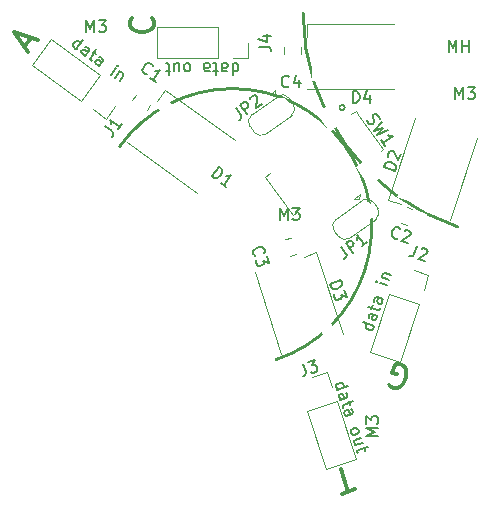
<source format=gbr>
%TF.GenerationSoftware,KiCad,Pcbnew,5.1.9*%
%TF.CreationDate,2021-01-25T14:04:14-05:00*%
%TF.ProjectId,penrosedart,70656e72-6f73-4656-9461-72742e6b6963,rev?*%
%TF.SameCoordinates,Original*%
%TF.FileFunction,Legend,Top*%
%TF.FilePolarity,Positive*%
%FSLAX46Y46*%
G04 Gerber Fmt 4.6, Leading zero omitted, Abs format (unit mm)*
G04 Created by KiCad (PCBNEW 5.1.9) date 2021-01-25 14:04:14*
%MOMM*%
%LPD*%
G01*
G04 APERTURE LIST*
%ADD10C,0.150000*%
%ADD11C,0.375000*%
%ADD12C,0.250000*%
%ADD13C,0.120000*%
%ADD14C,0.200000*%
%ADD15C,3.200000*%
%ADD16C,0.100000*%
%ADD17C,1.150000*%
%ADD18R,1.500000X1.000000*%
%ADD19O,1.700000X1.700000*%
%ADD20R,1.700000X1.700000*%
G04 APERTURE END LIST*
D10*
X162357490Y-100639194D02*
X161406434Y-100330177D01*
X162312202Y-100624479D02*
X162328060Y-100729771D01*
X162269200Y-100910925D01*
X162194481Y-100986786D01*
X162134478Y-101017360D01*
X162029186Y-101033218D01*
X161757455Y-100944927D01*
X161681594Y-100870209D01*
X161651020Y-100810205D01*
X161635162Y-100704913D01*
X161694022Y-100523760D01*
X161768741Y-100447898D01*
X162637077Y-99778715D02*
X162138905Y-99616849D01*
X162033613Y-99632707D01*
X161958894Y-99708569D01*
X161900034Y-99889722D01*
X161915892Y-99995014D01*
X162591789Y-99764000D02*
X162607647Y-99869291D01*
X162534071Y-100095733D01*
X162459353Y-100171595D01*
X162354061Y-100187453D01*
X162263484Y-100158023D01*
X162187622Y-100083305D01*
X162171764Y-99978013D01*
X162245340Y-99751571D01*
X162229481Y-99646279D01*
X162106045Y-99255684D02*
X162223766Y-98893377D01*
X161833172Y-99016814D02*
X162648363Y-99281685D01*
X162753655Y-99265827D01*
X162828373Y-99189965D01*
X162857803Y-99099389D01*
X163093245Y-98374774D02*
X162595073Y-98212908D01*
X162489781Y-98228766D01*
X162415062Y-98304628D01*
X162356202Y-98485782D01*
X162372060Y-98591073D01*
X163047957Y-98360059D02*
X163063815Y-98465351D01*
X162990239Y-98691793D01*
X162915521Y-98767655D01*
X162810229Y-98783513D01*
X162719652Y-98754083D01*
X162643790Y-98679364D01*
X162627932Y-98574072D01*
X162701508Y-98347630D01*
X162685649Y-98242338D01*
X163475837Y-97197276D02*
X162841800Y-96991264D01*
X162524781Y-96888259D02*
X162555354Y-96948262D01*
X162615358Y-96917689D01*
X162584784Y-96857685D01*
X162524781Y-96888259D01*
X162615358Y-96917689D01*
X162988951Y-96538380D02*
X163622988Y-96744391D01*
X163079528Y-96567810D02*
X163048954Y-96507807D01*
X163033096Y-96402515D01*
X163077241Y-96266650D01*
X163151960Y-96190788D01*
X163257252Y-96174930D01*
X163755424Y-96336796D01*
X137142538Y-77242023D02*
X137730323Y-76433006D01*
X137170528Y-77203498D02*
X137065489Y-77186044D01*
X136911390Y-77074084D01*
X136862331Y-76979580D01*
X136851796Y-76913066D01*
X136869251Y-76808027D01*
X137037190Y-76576879D01*
X137131694Y-76527820D01*
X137198208Y-76517285D01*
X137303247Y-76534740D01*
X137457346Y-76646699D01*
X137506405Y-76741203D01*
X137874506Y-77773829D02*
X138182393Y-77350058D01*
X138199848Y-77245019D01*
X138150789Y-77150515D01*
X137996690Y-77038556D01*
X137891651Y-77021101D01*
X137902496Y-77735304D02*
X137797457Y-77717849D01*
X137604833Y-77577900D01*
X137555774Y-77483396D01*
X137573229Y-77378357D01*
X137629208Y-77301308D01*
X137723713Y-77252249D01*
X137828752Y-77269703D01*
X138021375Y-77409652D01*
X138126414Y-77427107D01*
X138536035Y-77430413D02*
X138844232Y-77654331D01*
X138847537Y-77244710D02*
X138343721Y-77938153D01*
X138326266Y-78043192D01*
X138375326Y-78137696D01*
X138452375Y-78193675D01*
X139068769Y-78641512D02*
X139376656Y-78217741D01*
X139394111Y-78112702D01*
X139345052Y-78018198D01*
X139190953Y-77906239D01*
X139085914Y-77888784D01*
X139096759Y-78602987D02*
X138991720Y-78585532D01*
X138799097Y-78445583D01*
X138750037Y-78351079D01*
X138767492Y-78246040D01*
X138823472Y-78168991D01*
X138917976Y-78119931D01*
X139023015Y-78137386D01*
X139215638Y-78277335D01*
X139320677Y-78294790D01*
X140070409Y-79369246D02*
X140462266Y-78829901D01*
X140658194Y-78560229D02*
X140591680Y-78570764D01*
X140602215Y-78637278D01*
X140668729Y-78626743D01*
X140658194Y-78560229D01*
X140602215Y-78637278D01*
X140847512Y-79109799D02*
X140455655Y-79649144D01*
X140791533Y-79186848D02*
X140858047Y-79176313D01*
X140963086Y-79193768D01*
X141078660Y-79277738D01*
X141127719Y-79372242D01*
X141110264Y-79477281D01*
X140802377Y-79901052D01*
X150375619Y-78414619D02*
X150375619Y-79414619D01*
X150375619Y-78462238D02*
X150470857Y-78414619D01*
X150661333Y-78414619D01*
X150756571Y-78462238D01*
X150804190Y-78509857D01*
X150851809Y-78605095D01*
X150851809Y-78890809D01*
X150804190Y-78986047D01*
X150756571Y-79033666D01*
X150661333Y-79081285D01*
X150470857Y-79081285D01*
X150375619Y-79033666D01*
X149470857Y-78414619D02*
X149470857Y-78938428D01*
X149518476Y-79033666D01*
X149613714Y-79081285D01*
X149804190Y-79081285D01*
X149899428Y-79033666D01*
X149470857Y-78462238D02*
X149566095Y-78414619D01*
X149804190Y-78414619D01*
X149899428Y-78462238D01*
X149947047Y-78557476D01*
X149947047Y-78652714D01*
X149899428Y-78747952D01*
X149804190Y-78795571D01*
X149566095Y-78795571D01*
X149470857Y-78843190D01*
X149137523Y-79081285D02*
X148756571Y-79081285D01*
X148994666Y-79414619D02*
X148994666Y-78557476D01*
X148947047Y-78462238D01*
X148851809Y-78414619D01*
X148756571Y-78414619D01*
X147994666Y-78414619D02*
X147994666Y-78938428D01*
X148042285Y-79033666D01*
X148137523Y-79081285D01*
X148328000Y-79081285D01*
X148423238Y-79033666D01*
X147994666Y-78462238D02*
X148089904Y-78414619D01*
X148328000Y-78414619D01*
X148423238Y-78462238D01*
X148470857Y-78557476D01*
X148470857Y-78652714D01*
X148423238Y-78747952D01*
X148328000Y-78795571D01*
X148089904Y-78795571D01*
X147994666Y-78843190D01*
X146613714Y-78414619D02*
X146708952Y-78462238D01*
X146756571Y-78509857D01*
X146804190Y-78605095D01*
X146804190Y-78890809D01*
X146756571Y-78986047D01*
X146708952Y-79033666D01*
X146613714Y-79081285D01*
X146470857Y-79081285D01*
X146375619Y-79033666D01*
X146328000Y-78986047D01*
X146280380Y-78890809D01*
X146280380Y-78605095D01*
X146328000Y-78509857D01*
X146375619Y-78462238D01*
X146470857Y-78414619D01*
X146613714Y-78414619D01*
X145423238Y-79081285D02*
X145423238Y-78414619D01*
X145851809Y-79081285D02*
X145851809Y-78557476D01*
X145804190Y-78462238D01*
X145708952Y-78414619D01*
X145566095Y-78414619D01*
X145470857Y-78462238D01*
X145423238Y-78509857D01*
X145089904Y-79081285D02*
X144708952Y-79081285D01*
X144947047Y-79414619D02*
X144947047Y-78557476D01*
X144899428Y-78462238D01*
X144804190Y-78414619D01*
X144708952Y-78414619D01*
X159208902Y-106047863D02*
X160159959Y-105738846D01*
X159254190Y-106033148D02*
X159179472Y-105957286D01*
X159120611Y-105776133D01*
X159136470Y-105670841D01*
X159167043Y-105610837D01*
X159242905Y-105536119D01*
X159514635Y-105447828D01*
X159619927Y-105463686D01*
X159679931Y-105494260D01*
X159754649Y-105570121D01*
X159813510Y-105751275D01*
X159797651Y-105856567D01*
X159488489Y-106908343D02*
X159986661Y-106746477D01*
X160062523Y-106671758D01*
X160078381Y-106566466D01*
X160019521Y-106385313D01*
X159944802Y-106309451D01*
X159533777Y-106893628D02*
X159459059Y-106817766D01*
X159385483Y-106591324D01*
X159401341Y-106486032D01*
X159477203Y-106411314D01*
X159567780Y-106381883D01*
X159673072Y-106397742D01*
X159747790Y-106473603D01*
X159821366Y-106700045D01*
X159896085Y-106775907D01*
X160225532Y-107019350D02*
X160343253Y-107381658D01*
X160586696Y-107052210D02*
X159771505Y-107317082D01*
X159695643Y-107391800D01*
X159679785Y-107497092D01*
X159709215Y-107587669D01*
X159944657Y-108312283D02*
X160442829Y-108150417D01*
X160518691Y-108075699D01*
X160534549Y-107970407D01*
X160475689Y-107789253D01*
X160400970Y-107713392D01*
X159989945Y-108297568D02*
X159915227Y-108221707D01*
X159841651Y-107995265D01*
X159857509Y-107889973D01*
X159933371Y-107815254D01*
X160023948Y-107785824D01*
X160129240Y-107801682D01*
X160203958Y-107877544D01*
X160277534Y-108103986D01*
X160352252Y-108179848D01*
X160371395Y-109625647D02*
X160387253Y-109520355D01*
X160417826Y-109460352D01*
X160493688Y-109385633D01*
X160765418Y-109297343D01*
X160870710Y-109313201D01*
X160930714Y-109343774D01*
X161005432Y-109419636D01*
X161049578Y-109555501D01*
X161033719Y-109660793D01*
X161003146Y-109720797D01*
X160927284Y-109795515D01*
X160655554Y-109883806D01*
X160550262Y-109867947D01*
X160490258Y-109837374D01*
X160415540Y-109761512D01*
X160371395Y-109625647D01*
X161373310Y-110551846D02*
X160739272Y-110757857D01*
X161240874Y-110144250D02*
X160742701Y-110306116D01*
X160666840Y-110380835D01*
X160650981Y-110486127D01*
X160695127Y-110621992D01*
X160769845Y-110697854D01*
X160829849Y-110728427D01*
X161476315Y-110868865D02*
X161594036Y-111231172D01*
X161837479Y-110901724D02*
X161022288Y-111166596D01*
X160946426Y-111241315D01*
X160930568Y-111346607D01*
X160959998Y-111437183D01*
D11*
X160724108Y-114504652D02*
X159637186Y-114857814D01*
X159562613Y-112779120D02*
X160180647Y-114681233D01*
X132730174Y-77009774D02*
X133289970Y-76239282D01*
X133080510Y-77499750D02*
X131854333Y-75784835D01*
X133864224Y-76421061D01*
X163657810Y-105640390D02*
X163809533Y-105789827D01*
X164081264Y-105878118D01*
X164382425Y-105875831D01*
X164622439Y-105753538D01*
X164771876Y-105601815D01*
X164980173Y-105268938D01*
X165068464Y-104997207D01*
X165095608Y-104605470D01*
X165063891Y-104394886D01*
X164941598Y-104154872D01*
X164699298Y-103976005D01*
X164518144Y-103917144D01*
X164216984Y-103919431D01*
X164096977Y-103980577D01*
X163890965Y-104614615D01*
X164253273Y-104732336D01*
X143513085Y-74564952D02*
X143608323Y-74660190D01*
X143703561Y-74945904D01*
X143703561Y-75136380D01*
X143608323Y-75422095D01*
X143417847Y-75612571D01*
X143227371Y-75707809D01*
X142846419Y-75803047D01*
X142560704Y-75803047D01*
X142179752Y-75707809D01*
X141989276Y-75612571D01*
X141798800Y-75422095D01*
X141703561Y-75136380D01*
X141703561Y-74945904D01*
X141798800Y-74660190D01*
X141894038Y-74564952D01*
D12*
X169437020Y-92264968D02*
G75*
G02*
X156337000Y-74168000I5949980J18096968D01*
G01*
X140819304Y-85452239D02*
G75*
G02*
X154050999Y-103504999I9548696J-6876761D01*
G01*
D13*
%TO.C,J1*%
X139114825Y-79418782D02*
X137551316Y-81570767D01*
X139114825Y-79418782D02*
X134956477Y-76397566D01*
X134956477Y-76397566D02*
X133392969Y-78549551D01*
X137551316Y-81570767D02*
X133392969Y-78549551D01*
X139654760Y-83099009D02*
X138578768Y-82317255D01*
X140436515Y-82023016D02*
X139654760Y-83099009D01*
%TO.C,C1*%
X141898212Y-81516535D02*
X142205333Y-81093821D01*
X143087467Y-82380579D02*
X143394588Y-81957865D01*
%TO.C,C2*%
X165600993Y-90745505D02*
X165104062Y-90584042D01*
X165146738Y-92143558D02*
X164649807Y-91982095D01*
%TO.C,C3*%
X154820007Y-93336305D02*
X155316938Y-93174842D01*
X155274262Y-94734358D02*
X155771193Y-94572895D01*
%TO.C,C4*%
X156183000Y-77604252D02*
X156183000Y-77081748D01*
X154713000Y-77604252D02*
X154713000Y-77081748D01*
%TO.C,D1*%
X147343691Y-89399283D02*
X141437867Y-85108451D01*
X150576509Y-84949689D02*
X144670685Y-80658857D01*
X144670685Y-80658857D02*
X143994732Y-81589227D01*
%TO.C,D2*%
X163547973Y-89960485D02*
X164641688Y-90315854D01*
X165803797Y-83017772D02*
X163547973Y-89960485D01*
X171034607Y-84717365D02*
X168778783Y-91660078D01*
%TO.C,D3*%
X157477218Y-94427464D02*
X156383503Y-94782834D01*
X159733042Y-101370177D02*
X157477218Y-94427464D01*
X154502232Y-103069770D02*
X152246408Y-96127057D01*
%TO.C,D4*%
X164000826Y-80556432D02*
X156700826Y-80556432D01*
X164000826Y-75056432D02*
X156700826Y-75056432D01*
X156700826Y-75056432D02*
X156700826Y-76206432D01*
%TO.C,J2*%
X165694911Y-95896777D02*
X166959816Y-96307769D01*
X166959816Y-96307769D02*
X166548823Y-97572675D01*
X166156372Y-98780516D02*
X164568024Y-103668947D01*
X162038214Y-102846962D02*
X164568024Y-103668947D01*
X163626561Y-97958531D02*
X162038214Y-102846962D01*
X163626561Y-97958531D02*
X166156372Y-98780516D01*
%TO.C,J3*%
X157128666Y-104976492D02*
X158393572Y-104565499D01*
X158393572Y-104565499D02*
X158804564Y-105830404D01*
X159197016Y-107038246D02*
X160785363Y-111926677D01*
X158255553Y-112748662D02*
X160785363Y-111926677D01*
X156667205Y-107860231D02*
X158255553Y-112748662D01*
X156667205Y-107860231D02*
X159197016Y-107038246D01*
%TO.C,J4*%
X149120085Y-75349340D02*
X149120085Y-78009340D01*
X149120085Y-75349340D02*
X143980085Y-75349340D01*
X143980085Y-75349340D02*
X143980085Y-78009340D01*
X149120085Y-78009340D02*
X143980085Y-78009340D01*
X151720085Y-78009340D02*
X150390085Y-78009340D01*
X151720085Y-76679340D02*
X151720085Y-78009340D01*
%TO.C,JP1*%
X161072878Y-89941637D02*
X160653837Y-89875268D01*
X161139248Y-89522597D02*
X160653837Y-89875268D01*
X161072878Y-89941637D02*
X161139248Y-89522597D01*
X162289549Y-90170135D02*
X162642220Y-90655545D01*
X159086991Y-91631682D02*
X161352239Y-89985884D01*
X159325251Y-93065465D02*
X158972580Y-92580055D01*
X162527809Y-91603918D02*
X160262561Y-93249716D01*
X162642221Y-90655546D02*
G75*
G02*
X162487358Y-91633307I-566312J-411449D01*
G01*
X161311787Y-90015273D02*
G75*
G02*
X162289549Y-90170135I411450J-566312D01*
G01*
X158972579Y-92580054D02*
G75*
G02*
X159127442Y-91602293I566312J411449D01*
G01*
X160303013Y-93220327D02*
G75*
G02*
X159325251Y-93065465I-411450J566312D01*
G01*
%TO.C,JP2*%
X155390409Y-82790118D02*
X153125161Y-84435916D01*
X152187851Y-84251665D02*
X151835180Y-83766255D01*
X151949591Y-82817882D02*
X154214839Y-81172084D01*
X155152149Y-81356335D02*
X155504820Y-81841745D01*
X153935478Y-81127837D02*
X154001848Y-80708797D01*
X154001848Y-80708797D02*
X153516437Y-81061468D01*
X153935478Y-81127837D02*
X153516437Y-81061468D01*
X153165613Y-84406527D02*
G75*
G02*
X152187851Y-84251665I-411450J566312D01*
G01*
X151835179Y-83766254D02*
G75*
G02*
X151990042Y-82788493I566312J411449D01*
G01*
X154174387Y-81201473D02*
G75*
G02*
X155152149Y-81356335I411450J-566312D01*
G01*
X155504821Y-81841746D02*
G75*
G02*
X155349958Y-82819507I-566312J-411449D01*
G01*
%TO.C,SW1*%
X160377752Y-82751879D02*
X160782260Y-82457986D01*
X160782260Y-82457986D02*
X161076153Y-82862495D01*
X161076153Y-82862495D02*
X163133401Y-85694054D01*
X163133401Y-85694054D02*
X162931147Y-85841000D01*
X153501107Y-87748053D02*
X153096599Y-88041946D01*
X153096599Y-88041946D02*
X155447740Y-91278014D01*
X155447740Y-91278014D02*
X155852248Y-90984121D01*
D14*
X159870098Y-82170710D02*
G75*
G03*
X159870098Y-82170710I-223607J0D01*
G01*
%TO.C,M3*%
D10*
X154384476Y-91663780D02*
X154384476Y-90663780D01*
X154717809Y-91378066D01*
X155051142Y-90663780D01*
X155051142Y-91663780D01*
X155432095Y-90663780D02*
X156051142Y-90663780D01*
X155717809Y-91044733D01*
X155860666Y-91044733D01*
X155955904Y-91092352D01*
X156003523Y-91139971D01*
X156051142Y-91235209D01*
X156051142Y-91473304D01*
X156003523Y-91568542D01*
X155955904Y-91616161D01*
X155860666Y-91663780D01*
X155574952Y-91663780D01*
X155479714Y-91616161D01*
X155432095Y-91568542D01*
X162707580Y-109978723D02*
X161707580Y-109978723D01*
X162421866Y-109645390D01*
X161707580Y-109312057D01*
X162707580Y-109312057D01*
X161707580Y-108931104D02*
X161707580Y-108312057D01*
X162088533Y-108645390D01*
X162088533Y-108502533D01*
X162136152Y-108407295D01*
X162183771Y-108359676D01*
X162279009Y-108312057D01*
X162517104Y-108312057D01*
X162612342Y-108359676D01*
X162659961Y-108407295D01*
X162707580Y-108502533D01*
X162707580Y-108788247D01*
X162659961Y-108883485D01*
X162612342Y-108931104D01*
X169218076Y-81427580D02*
X169218076Y-80427580D01*
X169551409Y-81141866D01*
X169884742Y-80427580D01*
X169884742Y-81427580D01*
X170265695Y-80427580D02*
X170884742Y-80427580D01*
X170551409Y-80808533D01*
X170694266Y-80808533D01*
X170789504Y-80856152D01*
X170837123Y-80903771D01*
X170884742Y-80999009D01*
X170884742Y-81237104D01*
X170837123Y-81332342D01*
X170789504Y-81379961D01*
X170694266Y-81427580D01*
X170408552Y-81427580D01*
X170313314Y-81379961D01*
X170265695Y-81332342D01*
X137976076Y-75763380D02*
X137976076Y-74763380D01*
X138309409Y-75477666D01*
X138642742Y-74763380D01*
X138642742Y-75763380D01*
X139023695Y-74763380D02*
X139642742Y-74763380D01*
X139309409Y-75144333D01*
X139452266Y-75144333D01*
X139547504Y-75191952D01*
X139595123Y-75239571D01*
X139642742Y-75334809D01*
X139642742Y-75572904D01*
X139595123Y-75668142D01*
X139547504Y-75715761D01*
X139452266Y-75763380D01*
X139166552Y-75763380D01*
X139071314Y-75715761D01*
X139023695Y-75668142D01*
%TO.C,J1*%
X139594438Y-83767789D02*
X140172307Y-84187636D01*
X140259891Y-84310130D01*
X140280961Y-84443159D01*
X140235516Y-84586722D01*
X140179537Y-84663772D01*
X140991240Y-83546558D02*
X140655363Y-84008853D01*
X140823302Y-83777705D02*
X140014285Y-83189920D01*
X140073879Y-83350939D01*
X140094949Y-83483967D01*
X140077494Y-83589007D01*
%TO.C,MH*%
X168660857Y-77438380D02*
X168660857Y-76438380D01*
X168994190Y-77152666D01*
X169327523Y-76438380D01*
X169327523Y-77438380D01*
X169803714Y-77438380D02*
X169803714Y-76438380D01*
X169803714Y-76914571D02*
X170375142Y-76914571D01*
X170375142Y-77438380D02*
X170375142Y-76438380D01*
%TO.C,C1*%
X143139840Y-79337370D02*
X143073326Y-79347905D01*
X142929762Y-79302460D01*
X142852713Y-79246481D01*
X142765129Y-79123987D01*
X142744059Y-78990958D01*
X142761514Y-78885919D01*
X142834948Y-78703831D01*
X142918918Y-78588257D01*
X143069401Y-78462148D01*
X143163906Y-78413089D01*
X143296934Y-78392019D01*
X143440498Y-78437464D01*
X143517547Y-78493443D01*
X143605131Y-78615937D01*
X143615666Y-78682451D01*
X143854353Y-79974215D02*
X143392057Y-79638337D01*
X143623205Y-79806276D02*
X144210990Y-78997259D01*
X144049972Y-79056853D01*
X143916943Y-79077923D01*
X143811904Y-79060468D01*
%TO.C,C2*%
X164337378Y-93249735D02*
X164277374Y-93280308D01*
X164126794Y-93281451D01*
X164036217Y-93252021D01*
X163915067Y-93162587D01*
X163853921Y-93042580D01*
X163838062Y-92937288D01*
X163851634Y-92741420D01*
X163895780Y-92605554D01*
X163999928Y-92439116D01*
X164074647Y-92363254D01*
X164194654Y-92302108D01*
X164345234Y-92300964D01*
X164435811Y-92330395D01*
X164556961Y-92419828D01*
X164587534Y-92479832D01*
X164949842Y-92597553D02*
X165009845Y-92566979D01*
X165115137Y-92551121D01*
X165341579Y-92624697D01*
X165417441Y-92699415D01*
X165448014Y-92759419D01*
X165463872Y-92864711D01*
X165434442Y-92955287D01*
X165345009Y-93076437D01*
X164624967Y-93443317D01*
X165213716Y-93634613D01*
%TO.C,C3*%
X152288234Y-94719253D02*
X152228230Y-94688680D01*
X152138796Y-94567530D01*
X152109366Y-94476953D01*
X152110509Y-94326373D01*
X152171656Y-94206366D01*
X152247518Y-94131647D01*
X152413956Y-94027498D01*
X152549821Y-93983353D01*
X152745690Y-93969781D01*
X152850982Y-93985639D01*
X152970989Y-94046786D01*
X153060423Y-94167936D01*
X153089853Y-94258513D01*
X153088710Y-94409093D01*
X153058137Y-94469097D01*
X153251719Y-94756685D02*
X153443015Y-95345435D01*
X152977702Y-95146137D01*
X153021848Y-95282002D01*
X153005989Y-95387294D01*
X152975416Y-95447297D01*
X152899554Y-95522016D01*
X152673112Y-95595591D01*
X152567820Y-95579733D01*
X152507817Y-95549160D01*
X152433098Y-95473298D01*
X152344808Y-95201568D01*
X152360666Y-95096276D01*
X152391239Y-95036272D01*
%TO.C,C4*%
X155154333Y-80367142D02*
X155106714Y-80414761D01*
X154963857Y-80462380D01*
X154868619Y-80462380D01*
X154725761Y-80414761D01*
X154630523Y-80319523D01*
X154582904Y-80224285D01*
X154535285Y-80033809D01*
X154535285Y-79890952D01*
X154582904Y-79700476D01*
X154630523Y-79605238D01*
X154725761Y-79510000D01*
X154868619Y-79462380D01*
X154963857Y-79462380D01*
X155106714Y-79510000D01*
X155154333Y-79557619D01*
X156011476Y-79795714D02*
X156011476Y-80462380D01*
X155773380Y-79414761D02*
X155535285Y-80129047D01*
X156154333Y-80129047D01*
%TO.C,D1*%
X148615965Y-87968542D02*
X149203750Y-87159525D01*
X149396373Y-87299474D01*
X149483957Y-87421968D01*
X149505027Y-87554996D01*
X149487572Y-87660035D01*
X149414138Y-87842124D01*
X149330168Y-87957698D01*
X149179685Y-88083806D01*
X149085181Y-88132866D01*
X148952152Y-88153935D01*
X148808588Y-88108491D01*
X148615965Y-87968542D01*
X149848753Y-88864215D02*
X149386457Y-88528337D01*
X149617605Y-88696276D02*
X150205390Y-87887259D01*
X150044372Y-87946853D01*
X149911343Y-87967923D01*
X149806304Y-87950468D01*
%TO.C,D2*%
X164133755Y-87506563D02*
X163182699Y-87197546D01*
X163256274Y-86971104D01*
X163345708Y-86849954D01*
X163465715Y-86788807D01*
X163571007Y-86772949D01*
X163766876Y-86786521D01*
X163902741Y-86830666D01*
X164069179Y-86934815D01*
X164145041Y-87009534D01*
X164206188Y-87129541D01*
X164207331Y-87280121D01*
X164133755Y-87506563D01*
X163567578Y-86321208D02*
X163537004Y-86261205D01*
X163521146Y-86155913D01*
X163594722Y-85929471D01*
X163669440Y-85853609D01*
X163729444Y-85823036D01*
X163834736Y-85807178D01*
X163925312Y-85836608D01*
X164046462Y-85926041D01*
X164413342Y-86646083D01*
X164604638Y-86057334D01*
%TO.C,D3*%
X158599676Y-97100823D02*
X159550732Y-96791806D01*
X159624308Y-97018248D01*
X159623165Y-97168828D01*
X159562018Y-97288835D01*
X159486156Y-97363554D01*
X159319718Y-97467702D01*
X159183852Y-97511848D01*
X158987984Y-97525420D01*
X158882692Y-97509561D01*
X158762685Y-97448415D01*
X158673251Y-97327265D01*
X158599676Y-97100823D01*
X159830319Y-97652285D02*
X160021615Y-98241035D01*
X159556302Y-98041737D01*
X159600448Y-98177602D01*
X159584589Y-98282894D01*
X159554016Y-98342897D01*
X159478154Y-98417616D01*
X159251712Y-98491191D01*
X159146420Y-98475333D01*
X159086417Y-98444760D01*
X159011698Y-98368898D01*
X158923408Y-98097168D01*
X158939266Y-97991876D01*
X158969839Y-97931872D01*
%TO.C,D4*%
X160551904Y-81758812D02*
X160551904Y-80758812D01*
X160790000Y-80758812D01*
X160932857Y-80806432D01*
X161028095Y-80901670D01*
X161075714Y-80996908D01*
X161123333Y-81187384D01*
X161123333Y-81330241D01*
X161075714Y-81520717D01*
X161028095Y-81615955D01*
X160932857Y-81711193D01*
X160790000Y-81758812D01*
X160551904Y-81758812D01*
X161980476Y-81092146D02*
X161980476Y-81758812D01*
X161742380Y-80711193D02*
X161504285Y-81425479D01*
X162123333Y-81425479D01*
%TO.C,J2*%
X165992099Y-93903432D02*
X165771373Y-94582758D01*
X165681939Y-94703908D01*
X165561932Y-94765055D01*
X165411352Y-94766198D01*
X165320775Y-94736768D01*
X166370265Y-94126445D02*
X166430268Y-94095872D01*
X166535560Y-94080013D01*
X166762002Y-94153589D01*
X166837864Y-94228307D01*
X166868437Y-94288311D01*
X166884295Y-94393603D01*
X166854865Y-94484180D01*
X166765432Y-94605330D01*
X166045390Y-94972209D01*
X166634139Y-95163506D01*
%TO.C,J3*%
X156358757Y-103849189D02*
X156579483Y-104528515D01*
X156578340Y-104679095D01*
X156517194Y-104799102D01*
X156396044Y-104888536D01*
X156305467Y-104917966D01*
X156721064Y-103731468D02*
X157309814Y-103540172D01*
X157110516Y-104005484D01*
X157246381Y-103961339D01*
X157351673Y-103977197D01*
X157411676Y-104007771D01*
X157486395Y-104083632D01*
X157559970Y-104310074D01*
X157544112Y-104415366D01*
X157513539Y-104475370D01*
X157437677Y-104550088D01*
X157165947Y-104638379D01*
X157060655Y-104622521D01*
X157000651Y-104591947D01*
%TO.C,J4*%
X152612465Y-77012673D02*
X153326751Y-77012673D01*
X153469608Y-77060292D01*
X153564846Y-77155530D01*
X153612465Y-77298387D01*
X153612465Y-77393625D01*
X152945799Y-76107911D02*
X153612465Y-76107911D01*
X152564846Y-76346006D02*
X153279132Y-76584101D01*
X153279132Y-75965054D01*
%TO.C,JP1*%
X159557336Y-93950586D02*
X159977183Y-94528456D01*
X160022628Y-94672019D01*
X160001558Y-94805048D01*
X159913974Y-94927542D01*
X159836925Y-94983522D01*
X160530368Y-94479706D02*
X159942582Y-93670689D01*
X160250779Y-93446770D01*
X160355818Y-93429316D01*
X160422333Y-93439850D01*
X160516837Y-93488910D01*
X160600806Y-93604484D01*
X160618261Y-93709523D01*
X160607726Y-93776037D01*
X160558667Y-93870541D01*
X160250470Y-94094459D01*
X161763156Y-93584033D02*
X161300860Y-93919910D01*
X161532008Y-93751972D02*
X160944223Y-92942955D01*
X160951143Y-93114508D01*
X160930073Y-93247537D01*
X160881013Y-93342041D01*
%TO.C,JP2*%
X150641936Y-82215787D02*
X151061783Y-82793657D01*
X151107228Y-82937220D01*
X151086158Y-83070249D01*
X150998574Y-83192743D01*
X150921525Y-83248723D01*
X151614968Y-82744907D02*
X151027182Y-81935890D01*
X151335379Y-81711971D01*
X151440418Y-81694517D01*
X151506933Y-81705051D01*
X151601437Y-81754111D01*
X151685406Y-81869685D01*
X151702861Y-81974724D01*
X151692326Y-82041238D01*
X151643267Y-82135742D01*
X151335070Y-82359660D01*
X151853654Y-81453143D02*
X151864189Y-81386629D01*
X151913249Y-81292125D01*
X152105872Y-81152176D01*
X152210911Y-81134721D01*
X152277425Y-81145256D01*
X152371929Y-81194315D01*
X152427909Y-81271365D01*
X152473354Y-81414928D01*
X152346935Y-82213101D01*
X152847756Y-81849234D01*
%TO.C,SW1*%
X161747313Y-83198913D02*
X161792757Y-83342477D01*
X161932706Y-83535100D01*
X162027210Y-83584159D01*
X162093725Y-83594694D01*
X162198764Y-83577239D01*
X162275813Y-83521260D01*
X162324872Y-83426756D01*
X162335407Y-83360241D01*
X162317952Y-83255202D01*
X162244518Y-83073114D01*
X162227063Y-82968075D01*
X162237598Y-82901561D01*
X162286657Y-82807056D01*
X162363706Y-82751077D01*
X162468745Y-82733622D01*
X162535260Y-82744157D01*
X162629764Y-82793216D01*
X162769713Y-82985839D01*
X162815158Y-83129403D01*
X163049611Y-83371086D02*
X162380543Y-84151494D01*
X163070371Y-83885746D01*
X162604461Y-84459691D01*
X163553427Y-84064529D01*
X163276215Y-85384282D02*
X162940338Y-84921986D01*
X163108277Y-85153134D02*
X163917294Y-84565349D01*
X163745740Y-84572269D01*
X163612711Y-84551199D01*
X163518207Y-84502140D01*
%TD*%
%LPC*%
D15*
%TO.C,M3*%
X152196800Y-90474800D03*
%TD*%
%TO.C,M3*%
X162001200Y-106248200D03*
%TD*%
%TO.C,M3*%
X167030400Y-80238600D03*
%TD*%
%TO.C,M3*%
X140919200Y-77012800D03*
%TD*%
%TO.C,J1*%
G36*
G01*
X135750333Y-77567649D02*
X135750333Y-77567649D01*
G75*
G02*
X135938380Y-78754930I-499617J-687664D01*
G01*
X135938380Y-78754930D01*
G75*
G02*
X134751099Y-78942977I-687664J499617D01*
G01*
X134751099Y-78942977D01*
G75*
G02*
X134563052Y-77755696I499617J687664D01*
G01*
X134563052Y-77755696D01*
G75*
G02*
X135750333Y-77567649I687664J-499617D01*
G01*
G37*
G36*
G01*
X137805236Y-79060623D02*
X137805236Y-79060623D01*
G75*
G02*
X137993283Y-80247904I-499617J-687664D01*
G01*
X137993283Y-80247904D01*
G75*
G02*
X136806002Y-80435951I-687664J499617D01*
G01*
X136806002Y-80435951D01*
G75*
G02*
X136617955Y-79248670I499617J687664D01*
G01*
X136617955Y-79248670D01*
G75*
G02*
X137805236Y-79060623I687664J-499617D01*
G01*
G37*
D16*
G36*
X139172475Y-80053980D02*
G01*
X140547804Y-81053215D01*
X139548569Y-82428544D01*
X138173240Y-81429309D01*
X139172475Y-80053980D01*
G37*
%TD*%
D17*
%TO.C,MH*%
X169418000Y-78486000D03*
%TD*%
%TO.C,C1*%
G36*
G01*
X143295187Y-81652340D02*
X142526620Y-81093944D01*
G75*
G02*
X142471312Y-80744744I146946J202254D01*
G01*
X142868067Y-80198658D01*
G75*
G02*
X143217267Y-80143350I202254J-146946D01*
G01*
X143985834Y-80701746D01*
G75*
G02*
X144041142Y-81050946I-146946J-202254D01*
G01*
X143644387Y-81597032D01*
G75*
G02*
X143295187Y-81652340I-202254J146946D01*
G01*
G37*
G36*
G01*
X142075533Y-83331050D02*
X141306966Y-82772654D01*
G75*
G02*
X141251658Y-82423454I146946J202254D01*
G01*
X141648413Y-81877368D01*
G75*
G02*
X141997613Y-81822060I202254J-146946D01*
G01*
X142766180Y-82380456D01*
G75*
G02*
X142821488Y-82729656I-146946J-202254D01*
G01*
X142424733Y-83275742D01*
G75*
G02*
X142075533Y-83331050I-202254J146946D01*
G01*
G37*
%TD*%
%TO.C,C2*%
G36*
G01*
X166817650Y-91414200D02*
X166524084Y-92317704D01*
G75*
G02*
X166209066Y-92478214I-237764J77254D01*
G01*
X165567102Y-92269628D01*
G75*
G02*
X165406592Y-91954610I77254J237764D01*
G01*
X165700158Y-91051106D01*
G75*
G02*
X166015176Y-90890596I237764J-77254D01*
G01*
X166657140Y-91099182D01*
G75*
G02*
X166817650Y-91414200I-77254J-237764D01*
G01*
G37*
G36*
G01*
X164844208Y-90772990D02*
X164550642Y-91676494D01*
G75*
G02*
X164235624Y-91837004I-237764J77254D01*
G01*
X163593660Y-91628418D01*
G75*
G02*
X163433150Y-91313400I77254J237764D01*
G01*
X163726716Y-90409896D01*
G75*
G02*
X164041734Y-90249386I237764J-77254D01*
G01*
X164683698Y-90457972D01*
G75*
G02*
X164844208Y-90772990I-77254J-237764D01*
G01*
G37*
%TD*%
%TO.C,C3*%
G36*
G01*
X155870358Y-94267294D02*
X155576792Y-93363790D01*
G75*
G02*
X155737302Y-93048772I237764J77254D01*
G01*
X156379266Y-92840186D01*
G75*
G02*
X156694284Y-93000696I77254J-237764D01*
G01*
X156987850Y-93904200D01*
G75*
G02*
X156827340Y-94219218I-237764J-77254D01*
G01*
X156185376Y-94427804D01*
G75*
G02*
X155870358Y-94267294I-77254J237764D01*
G01*
G37*
G36*
G01*
X153896916Y-94908504D02*
X153603350Y-94005000D01*
G75*
G02*
X153763860Y-93689982I237764J77254D01*
G01*
X154405824Y-93481396D01*
G75*
G02*
X154720842Y-93641906I77254J-237764D01*
G01*
X155014408Y-94545410D01*
G75*
G02*
X154853898Y-94860428I-237764J-77254D01*
G01*
X154211934Y-95069014D01*
G75*
G02*
X153896916Y-94908504I-77254J237764D01*
G01*
G37*
%TD*%
%TO.C,C4*%
G36*
G01*
X155923000Y-78968000D02*
X154973000Y-78968000D01*
G75*
G02*
X154723000Y-78718000I0J250000D01*
G01*
X154723000Y-78043000D01*
G75*
G02*
X154973000Y-77793000I250000J0D01*
G01*
X155923000Y-77793000D01*
G75*
G02*
X156173000Y-78043000I0J-250000D01*
G01*
X156173000Y-78718000D01*
G75*
G02*
X155923000Y-78968000I-250000J0D01*
G01*
G37*
G36*
G01*
X155923000Y-76893000D02*
X154973000Y-76893000D01*
G75*
G02*
X154723000Y-76643000I0J250000D01*
G01*
X154723000Y-75968000D01*
G75*
G02*
X154973000Y-75718000I250000J0D01*
G01*
X155923000Y-75718000D01*
G75*
G02*
X156173000Y-75968000I0J-250000D01*
G01*
X156173000Y-76643000D01*
G75*
G02*
X155923000Y-76893000I-250000J0D01*
G01*
G37*
%TD*%
D16*
%TO.C,D1*%
G36*
X147949478Y-87799901D02*
G01*
X147361693Y-88608918D01*
X146148168Y-87727241D01*
X146735953Y-86918224D01*
X147949478Y-87799901D01*
G37*
G36*
X149830391Y-85211047D02*
G01*
X149242606Y-86020064D01*
X148029081Y-85138387D01*
X148616866Y-84329370D01*
X149830391Y-85211047D01*
G37*
G36*
X143985295Y-84919753D02*
G01*
X143397510Y-85728770D01*
X142183985Y-84847093D01*
X142771770Y-84038076D01*
X143985295Y-84919753D01*
G37*
G36*
X145866208Y-82330899D02*
G01*
X145278423Y-83139916D01*
X144064898Y-82258239D01*
X144652683Y-81449222D01*
X145866208Y-82330899D01*
G37*
%TD*%
%TO.C,D2*%
G36*
X164768742Y-88306785D02*
G01*
X165719799Y-88615802D01*
X165256274Y-90042387D01*
X164305217Y-89733370D01*
X164768742Y-88306785D01*
G37*
G36*
X167812123Y-89295640D02*
G01*
X168763180Y-89604657D01*
X168299655Y-91031242D01*
X167348598Y-90722225D01*
X167812123Y-89295640D01*
G37*
G36*
X166282925Y-83646608D02*
G01*
X167233982Y-83955625D01*
X166770457Y-85382210D01*
X165819400Y-85073193D01*
X166282925Y-83646608D01*
G37*
G36*
X169326306Y-84635463D02*
G01*
X170277363Y-84944480D01*
X169813838Y-86371065D01*
X168862781Y-86062048D01*
X169326306Y-84635463D01*
G37*
%TD*%
%TO.C,D3*%
G36*
X157461615Y-96482885D02*
G01*
X156510558Y-96791902D01*
X156047033Y-95365317D01*
X156998090Y-95056300D01*
X157461615Y-96482885D01*
G37*
G36*
X154418234Y-97471740D02*
G01*
X153467177Y-97780757D01*
X153003652Y-96354172D01*
X153954709Y-96045155D01*
X154418234Y-97471740D01*
G37*
G36*
X158975798Y-101143062D02*
G01*
X158024741Y-101452079D01*
X157561216Y-100025494D01*
X158512273Y-99716477D01*
X158975798Y-101143062D01*
G37*
G36*
X155932417Y-102131917D02*
G01*
X154981360Y-102440934D01*
X154517835Y-101014349D01*
X155468892Y-100705332D01*
X155932417Y-102131917D01*
G37*
%TD*%
D18*
%TO.C,D4*%
X162800826Y-79406432D03*
X162800826Y-76206432D03*
X157900826Y-79406432D03*
X157900826Y-76206432D03*
%TD*%
D16*
%TO.C,J2*%
G36*
X164212856Y-97707416D02*
G01*
X164738184Y-96090620D01*
X166354980Y-96615948D01*
X165829652Y-98232744D01*
X164212856Y-97707416D01*
G37*
G36*
G01*
X163690617Y-99314702D02*
X163690617Y-99314702D01*
G75*
G02*
X164761679Y-98768968I808398J-262664D01*
G01*
X164761679Y-98768968D01*
G75*
G02*
X165307413Y-99840030I-262664J-808398D01*
G01*
X165307413Y-99840030D01*
G75*
G02*
X164236351Y-100385764I-808398J262664D01*
G01*
X164236351Y-100385764D01*
G75*
G02*
X163690617Y-99314702I262664J808398D01*
G01*
G37*
G36*
G01*
X162905714Y-101730385D02*
X162905714Y-101730385D01*
G75*
G02*
X163976776Y-101184651I808398J-262664D01*
G01*
X163976776Y-101184651D01*
G75*
G02*
X164522510Y-102255713I-262664J-808398D01*
G01*
X164522510Y-102255713D01*
G75*
G02*
X163451448Y-102801447I-808398J262664D01*
G01*
X163451448Y-102801447D01*
G75*
G02*
X162905714Y-101730385I262664J808398D01*
G01*
G37*
%TD*%
%TO.C,J3*%
G36*
X156993925Y-107312459D02*
G01*
X156468597Y-105695663D01*
X158085393Y-105170335D01*
X158610721Y-106787131D01*
X156993925Y-107312459D01*
G37*
G36*
G01*
X157516164Y-108919745D02*
X157516164Y-108919745D01*
G75*
G02*
X158061898Y-107848683I808398J262664D01*
G01*
X158061898Y-107848683D01*
G75*
G02*
X159132960Y-108394417I262664J-808398D01*
G01*
X159132960Y-108394417D01*
G75*
G02*
X158587226Y-109465479I-808398J-262664D01*
G01*
X158587226Y-109465479D01*
G75*
G02*
X157516164Y-108919745I-262664J808398D01*
G01*
G37*
G36*
G01*
X158301067Y-111335428D02*
X158301067Y-111335428D01*
G75*
G02*
X158846801Y-110264366I808398J262664D01*
G01*
X158846801Y-110264366D01*
G75*
G02*
X159917863Y-110810100I262664J-808398D01*
G01*
X159917863Y-110810100D01*
G75*
G02*
X159372129Y-111881162I-808398J-262664D01*
G01*
X159372129Y-111881162D01*
G75*
G02*
X158301067Y-111335428I-262664J808398D01*
G01*
G37*
%TD*%
D19*
%TO.C,J4*%
X145310085Y-76679340D03*
X147850085Y-76679340D03*
D20*
X150390085Y-76679340D03*
%TD*%
D16*
%TO.C,JP1*%
G36*
X160771070Y-90717145D02*
G01*
X161652747Y-91930670D01*
X160843730Y-92518455D01*
X159962053Y-91304930D01*
X160771070Y-90717145D01*
G37*
G36*
X160196163Y-92988197D02*
G01*
X160176315Y-93002617D01*
X160133982Y-93027428D01*
X160089422Y-93047971D01*
X160043062Y-93064047D01*
X159995350Y-93075502D01*
X159946746Y-93082224D01*
X159897716Y-93084152D01*
X159848734Y-93081263D01*
X159800269Y-93073586D01*
X159752792Y-93061198D01*
X159706757Y-93044214D01*
X159662608Y-93022801D01*
X159620771Y-92997163D01*
X159581648Y-92967548D01*
X159545617Y-92934240D01*
X159513024Y-92897562D01*
X159498603Y-92877714D01*
X159498116Y-92878068D01*
X159204223Y-92473559D01*
X159204710Y-92473206D01*
X159190289Y-92453357D01*
X159165479Y-92411025D01*
X159144935Y-92366465D01*
X159128860Y-92320105D01*
X159117404Y-92272393D01*
X159110683Y-92223788D01*
X159108755Y-92174758D01*
X159111644Y-92125776D01*
X159119320Y-92077311D01*
X159131709Y-92029834D01*
X159148693Y-91983799D01*
X159170106Y-91939651D01*
X159195744Y-91897814D01*
X159225359Y-91858691D01*
X159258667Y-91822660D01*
X159295344Y-91790066D01*
X159315193Y-91775645D01*
X159314839Y-91775158D01*
X159759798Y-91451876D01*
X160641476Y-92665402D01*
X160196517Y-92988684D01*
X160196163Y-92988197D01*
G37*
G36*
X160973324Y-90570198D02*
G01*
X161418283Y-90246916D01*
X161418637Y-90247403D01*
X161438485Y-90232983D01*
X161480818Y-90208172D01*
X161525378Y-90187629D01*
X161571738Y-90171553D01*
X161619450Y-90160098D01*
X161668054Y-90153376D01*
X161717084Y-90151448D01*
X161766066Y-90154337D01*
X161814531Y-90162014D01*
X161862008Y-90174402D01*
X161908043Y-90191386D01*
X161952192Y-90212799D01*
X161994029Y-90238437D01*
X162033152Y-90268052D01*
X162069183Y-90301360D01*
X162101776Y-90338038D01*
X162116197Y-90357886D01*
X162116684Y-90357532D01*
X162410577Y-90762041D01*
X162410090Y-90762394D01*
X162424511Y-90782243D01*
X162449321Y-90824575D01*
X162469865Y-90869135D01*
X162485940Y-90915495D01*
X162497396Y-90963207D01*
X162504117Y-91011812D01*
X162506045Y-91060842D01*
X162503156Y-91109824D01*
X162495480Y-91158289D01*
X162483091Y-91205766D01*
X162466107Y-91251801D01*
X162444694Y-91295949D01*
X162419056Y-91337786D01*
X162389441Y-91376909D01*
X162356133Y-91412940D01*
X162319456Y-91445534D01*
X162299607Y-91459955D01*
X162299961Y-91460442D01*
X161855002Y-91783724D01*
X160973324Y-90570198D01*
G37*
%TD*%
%TO.C,JP2*%
G36*
X153835924Y-81756398D02*
G01*
X154280883Y-81433116D01*
X154281237Y-81433603D01*
X154301085Y-81419183D01*
X154343418Y-81394372D01*
X154387978Y-81373829D01*
X154434338Y-81357753D01*
X154482050Y-81346298D01*
X154530654Y-81339576D01*
X154579684Y-81337648D01*
X154628666Y-81340537D01*
X154677131Y-81348214D01*
X154724608Y-81360602D01*
X154770643Y-81377586D01*
X154814792Y-81398999D01*
X154856629Y-81424637D01*
X154895752Y-81454252D01*
X154931783Y-81487560D01*
X154964376Y-81524238D01*
X154978797Y-81544086D01*
X154979284Y-81543732D01*
X155273177Y-81948241D01*
X155272690Y-81948594D01*
X155287111Y-81968443D01*
X155311921Y-82010775D01*
X155332465Y-82055335D01*
X155348540Y-82101695D01*
X155359996Y-82149407D01*
X155366717Y-82198012D01*
X155368645Y-82247042D01*
X155365756Y-82296024D01*
X155358080Y-82344489D01*
X155345691Y-82391966D01*
X155328707Y-82438001D01*
X155307294Y-82482149D01*
X155281656Y-82523986D01*
X155252041Y-82563109D01*
X155218733Y-82599140D01*
X155182056Y-82631734D01*
X155162207Y-82646155D01*
X155162561Y-82646642D01*
X154717602Y-82969924D01*
X153835924Y-81756398D01*
G37*
G36*
X153058763Y-84174397D02*
G01*
X153038915Y-84188817D01*
X152996582Y-84213628D01*
X152952022Y-84234171D01*
X152905662Y-84250247D01*
X152857950Y-84261702D01*
X152809346Y-84268424D01*
X152760316Y-84270352D01*
X152711334Y-84267463D01*
X152662869Y-84259786D01*
X152615392Y-84247398D01*
X152569357Y-84230414D01*
X152525208Y-84209001D01*
X152483371Y-84183363D01*
X152444248Y-84153748D01*
X152408217Y-84120440D01*
X152375624Y-84083762D01*
X152361203Y-84063914D01*
X152360716Y-84064268D01*
X152066823Y-83659759D01*
X152067310Y-83659406D01*
X152052889Y-83639557D01*
X152028079Y-83597225D01*
X152007535Y-83552665D01*
X151991460Y-83506305D01*
X151980004Y-83458593D01*
X151973283Y-83409988D01*
X151971355Y-83360958D01*
X151974244Y-83311976D01*
X151981920Y-83263511D01*
X151994309Y-83216034D01*
X152011293Y-83169999D01*
X152032706Y-83125851D01*
X152058344Y-83084014D01*
X152087959Y-83044891D01*
X152121267Y-83008860D01*
X152157944Y-82976266D01*
X152177793Y-82961845D01*
X152177439Y-82961358D01*
X152622398Y-82638076D01*
X153504076Y-83851602D01*
X153059117Y-84174884D01*
X153058763Y-84174397D01*
G37*
G36*
X153633670Y-81903345D02*
G01*
X154515347Y-83116870D01*
X153706330Y-83704655D01*
X152824653Y-82491130D01*
X153633670Y-81903345D01*
G37*
%TD*%
%TO.C,SW1*%
G36*
X157458999Y-82647554D02*
G01*
X158348918Y-82000991D01*
X159495099Y-83578574D01*
X158605180Y-84225137D01*
X157458999Y-82647554D01*
G37*
G36*
X155436457Y-84117017D02*
G01*
X156326376Y-83470454D01*
X157472557Y-85048037D01*
X156582638Y-85694600D01*
X155436457Y-84117017D01*
G37*
G36*
X153413914Y-85586480D02*
G01*
X154303833Y-84939917D01*
X155450014Y-86517500D01*
X154560095Y-87164063D01*
X153413914Y-85586480D01*
G37*
G36*
X160779986Y-87218500D02*
G01*
X161669905Y-86571937D01*
X162816086Y-88149520D01*
X161926167Y-88796083D01*
X160779986Y-87218500D01*
G37*
G36*
X158757443Y-88687963D02*
G01*
X159647362Y-88041400D01*
X160793543Y-89618983D01*
X159903624Y-90265546D01*
X158757443Y-88687963D01*
G37*
G36*
X156734901Y-90157426D02*
G01*
X157624820Y-89510863D01*
X158771001Y-91088446D01*
X157881082Y-91735009D01*
X156734901Y-90157426D01*
G37*
%TD*%
M02*

</source>
